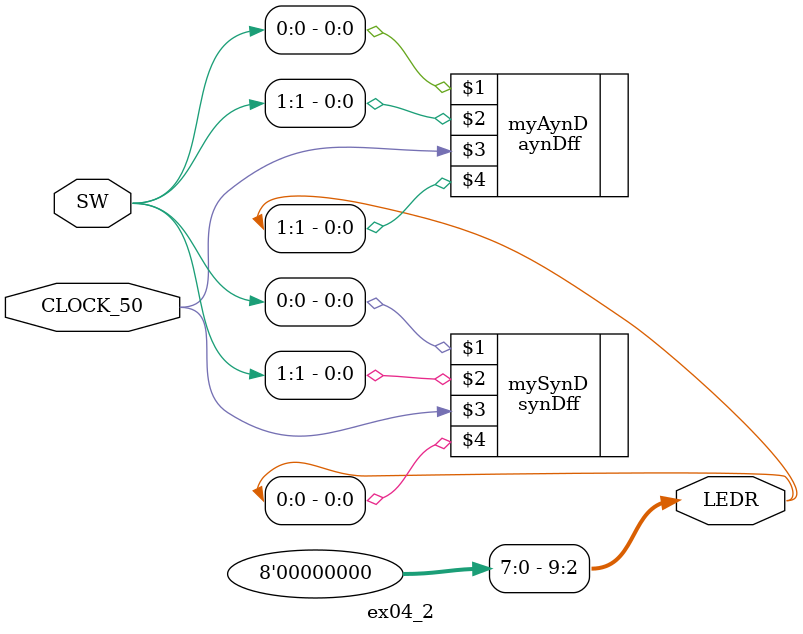
<source format=v>


module ex04_2(

	//////////// CLOCK //////////
	input 		          		CLOCK_50,

	//////////// SW //////////
	input 		     [4:0]		SW,

	//////////// LED //////////
	output		     [9:0]		LEDR
);



//=======================================================
//  REG/WIRE declarations
//=======================================================

assign LEDR[9:2] = 0;


//=======================================================
//  Structural coding
//=======================================================

synDff mySynD(SW[0], SW[1], CLOCK_50, LEDR[0]);//同步清零D触发器
aynDff myAynD(SW[0], SW[1], CLOCK_50, LEDR[1]);//异步清零D触发器
endmodule

</source>
